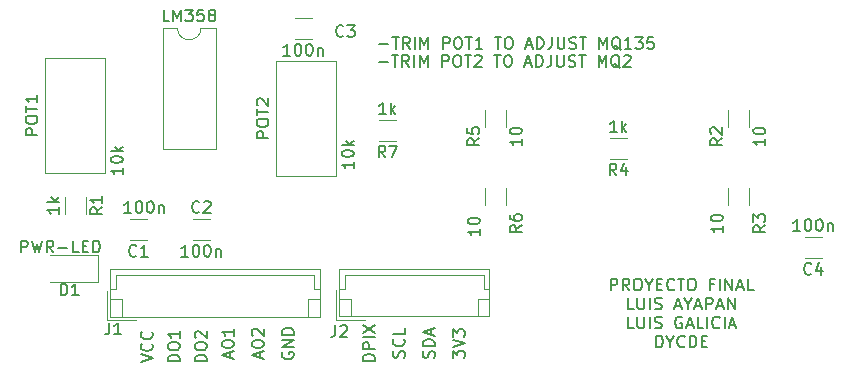
<source format=gbr>
%TF.GenerationSoftware,KiCad,Pcbnew,(6.0.4)*%
%TF.CreationDate,2022-06-03T19:19:18-06:00*%
%TF.ProjectId,Gas_Sensor_Module,4761735f-5365-46e7-936f-725f4d6f6475,rev?*%
%TF.SameCoordinates,Original*%
%TF.FileFunction,Legend,Top*%
%TF.FilePolarity,Positive*%
%FSLAX46Y46*%
G04 Gerber Fmt 4.6, Leading zero omitted, Abs format (unit mm)*
G04 Created by KiCad (PCBNEW (6.0.4)) date 2022-06-03 19:19:18*
%MOMM*%
%LPD*%
G01*
G04 APERTURE LIST*
%ADD10C,0.150000*%
%ADD11C,0.120000*%
G04 APERTURE END LIST*
D10*
X203573809Y-70427380D02*
X203573809Y-69427380D01*
X203954761Y-69427380D01*
X204050000Y-69475000D01*
X204097619Y-69522619D01*
X204145238Y-69617857D01*
X204145238Y-69760714D01*
X204097619Y-69855952D01*
X204050000Y-69903571D01*
X203954761Y-69951190D01*
X203573809Y-69951190D01*
X205145238Y-70427380D02*
X204811904Y-69951190D01*
X204573809Y-70427380D02*
X204573809Y-69427380D01*
X204954761Y-69427380D01*
X205050000Y-69475000D01*
X205097619Y-69522619D01*
X205145238Y-69617857D01*
X205145238Y-69760714D01*
X205097619Y-69855952D01*
X205050000Y-69903571D01*
X204954761Y-69951190D01*
X204573809Y-69951190D01*
X205764285Y-69427380D02*
X205954761Y-69427380D01*
X206050000Y-69475000D01*
X206145238Y-69570238D01*
X206192857Y-69760714D01*
X206192857Y-70094047D01*
X206145238Y-70284523D01*
X206050000Y-70379761D01*
X205954761Y-70427380D01*
X205764285Y-70427380D01*
X205669047Y-70379761D01*
X205573809Y-70284523D01*
X205526190Y-70094047D01*
X205526190Y-69760714D01*
X205573809Y-69570238D01*
X205669047Y-69475000D01*
X205764285Y-69427380D01*
X206811904Y-69951190D02*
X206811904Y-70427380D01*
X206478571Y-69427380D02*
X206811904Y-69951190D01*
X207145238Y-69427380D01*
X207478571Y-69903571D02*
X207811904Y-69903571D01*
X207954761Y-70427380D02*
X207478571Y-70427380D01*
X207478571Y-69427380D01*
X207954761Y-69427380D01*
X208954761Y-70332142D02*
X208907142Y-70379761D01*
X208764285Y-70427380D01*
X208669047Y-70427380D01*
X208526190Y-70379761D01*
X208430952Y-70284523D01*
X208383333Y-70189285D01*
X208335714Y-69998809D01*
X208335714Y-69855952D01*
X208383333Y-69665476D01*
X208430952Y-69570238D01*
X208526190Y-69475000D01*
X208669047Y-69427380D01*
X208764285Y-69427380D01*
X208907142Y-69475000D01*
X208954761Y-69522619D01*
X209240476Y-69427380D02*
X209811904Y-69427380D01*
X209526190Y-70427380D02*
X209526190Y-69427380D01*
X210335714Y-69427380D02*
X210526190Y-69427380D01*
X210621428Y-69475000D01*
X210716666Y-69570238D01*
X210764285Y-69760714D01*
X210764285Y-70094047D01*
X210716666Y-70284523D01*
X210621428Y-70379761D01*
X210526190Y-70427380D01*
X210335714Y-70427380D01*
X210240476Y-70379761D01*
X210145238Y-70284523D01*
X210097619Y-70094047D01*
X210097619Y-69760714D01*
X210145238Y-69570238D01*
X210240476Y-69475000D01*
X210335714Y-69427380D01*
X212288095Y-69903571D02*
X211954761Y-69903571D01*
X211954761Y-70427380D02*
X211954761Y-69427380D01*
X212430952Y-69427380D01*
X212811904Y-70427380D02*
X212811904Y-69427380D01*
X213288095Y-70427380D02*
X213288095Y-69427380D01*
X213859523Y-70427380D01*
X213859523Y-69427380D01*
X214288095Y-70141666D02*
X214764285Y-70141666D01*
X214192857Y-70427380D02*
X214526190Y-69427380D01*
X214859523Y-70427380D01*
X215669047Y-70427380D02*
X215192857Y-70427380D01*
X215192857Y-69427380D01*
X205502380Y-72037380D02*
X205026190Y-72037380D01*
X205026190Y-71037380D01*
X205835714Y-71037380D02*
X205835714Y-71846904D01*
X205883333Y-71942142D01*
X205930952Y-71989761D01*
X206026190Y-72037380D01*
X206216666Y-72037380D01*
X206311904Y-71989761D01*
X206359523Y-71942142D01*
X206407142Y-71846904D01*
X206407142Y-71037380D01*
X206883333Y-72037380D02*
X206883333Y-71037380D01*
X207311904Y-71989761D02*
X207454761Y-72037380D01*
X207692857Y-72037380D01*
X207788095Y-71989761D01*
X207835714Y-71942142D01*
X207883333Y-71846904D01*
X207883333Y-71751666D01*
X207835714Y-71656428D01*
X207788095Y-71608809D01*
X207692857Y-71561190D01*
X207502380Y-71513571D01*
X207407142Y-71465952D01*
X207359523Y-71418333D01*
X207311904Y-71323095D01*
X207311904Y-71227857D01*
X207359523Y-71132619D01*
X207407142Y-71085000D01*
X207502380Y-71037380D01*
X207740476Y-71037380D01*
X207883333Y-71085000D01*
X209026190Y-71751666D02*
X209502380Y-71751666D01*
X208930952Y-72037380D02*
X209264285Y-71037380D01*
X209597619Y-72037380D01*
X210121428Y-71561190D02*
X210121428Y-72037380D01*
X209788095Y-71037380D02*
X210121428Y-71561190D01*
X210454761Y-71037380D01*
X210740476Y-71751666D02*
X211216666Y-71751666D01*
X210645238Y-72037380D02*
X210978571Y-71037380D01*
X211311904Y-72037380D01*
X211645238Y-72037380D02*
X211645238Y-71037380D01*
X212026190Y-71037380D01*
X212121428Y-71085000D01*
X212169047Y-71132619D01*
X212216666Y-71227857D01*
X212216666Y-71370714D01*
X212169047Y-71465952D01*
X212121428Y-71513571D01*
X212026190Y-71561190D01*
X211645238Y-71561190D01*
X212597619Y-71751666D02*
X213073809Y-71751666D01*
X212502380Y-72037380D02*
X212835714Y-71037380D01*
X213169047Y-72037380D01*
X213502380Y-72037380D02*
X213502380Y-71037380D01*
X214073809Y-72037380D01*
X214073809Y-71037380D01*
X205502380Y-73647380D02*
X205026190Y-73647380D01*
X205026190Y-72647380D01*
X205835714Y-72647380D02*
X205835714Y-73456904D01*
X205883333Y-73552142D01*
X205930952Y-73599761D01*
X206026190Y-73647380D01*
X206216666Y-73647380D01*
X206311904Y-73599761D01*
X206359523Y-73552142D01*
X206407142Y-73456904D01*
X206407142Y-72647380D01*
X206883333Y-73647380D02*
X206883333Y-72647380D01*
X207311904Y-73599761D02*
X207454761Y-73647380D01*
X207692857Y-73647380D01*
X207788095Y-73599761D01*
X207835714Y-73552142D01*
X207883333Y-73456904D01*
X207883333Y-73361666D01*
X207835714Y-73266428D01*
X207788095Y-73218809D01*
X207692857Y-73171190D01*
X207502380Y-73123571D01*
X207407142Y-73075952D01*
X207359523Y-73028333D01*
X207311904Y-72933095D01*
X207311904Y-72837857D01*
X207359523Y-72742619D01*
X207407142Y-72695000D01*
X207502380Y-72647380D01*
X207740476Y-72647380D01*
X207883333Y-72695000D01*
X209597619Y-72695000D02*
X209502380Y-72647380D01*
X209359523Y-72647380D01*
X209216666Y-72695000D01*
X209121428Y-72790238D01*
X209073809Y-72885476D01*
X209026190Y-73075952D01*
X209026190Y-73218809D01*
X209073809Y-73409285D01*
X209121428Y-73504523D01*
X209216666Y-73599761D01*
X209359523Y-73647380D01*
X209454761Y-73647380D01*
X209597619Y-73599761D01*
X209645238Y-73552142D01*
X209645238Y-73218809D01*
X209454761Y-73218809D01*
X210026190Y-73361666D02*
X210502380Y-73361666D01*
X209930952Y-73647380D02*
X210264285Y-72647380D01*
X210597619Y-73647380D01*
X211407142Y-73647380D02*
X210930952Y-73647380D01*
X210930952Y-72647380D01*
X211740476Y-73647380D02*
X211740476Y-72647380D01*
X212788095Y-73552142D02*
X212740476Y-73599761D01*
X212597619Y-73647380D01*
X212502380Y-73647380D01*
X212359523Y-73599761D01*
X212264285Y-73504523D01*
X212216666Y-73409285D01*
X212169047Y-73218809D01*
X212169047Y-73075952D01*
X212216666Y-72885476D01*
X212264285Y-72790238D01*
X212359523Y-72695000D01*
X212502380Y-72647380D01*
X212597619Y-72647380D01*
X212740476Y-72695000D01*
X212788095Y-72742619D01*
X213216666Y-73647380D02*
X213216666Y-72647380D01*
X213645238Y-73361666D02*
X214121428Y-73361666D01*
X213550000Y-73647380D02*
X213883333Y-72647380D01*
X214216666Y-73647380D01*
X207407142Y-75257380D02*
X207407142Y-74257380D01*
X207645238Y-74257380D01*
X207788095Y-74305000D01*
X207883333Y-74400238D01*
X207930952Y-74495476D01*
X207978571Y-74685952D01*
X207978571Y-74828809D01*
X207930952Y-75019285D01*
X207883333Y-75114523D01*
X207788095Y-75209761D01*
X207645238Y-75257380D01*
X207407142Y-75257380D01*
X208597619Y-74781190D02*
X208597619Y-75257380D01*
X208264285Y-74257380D02*
X208597619Y-74781190D01*
X208930952Y-74257380D01*
X209835714Y-75162142D02*
X209788095Y-75209761D01*
X209645238Y-75257380D01*
X209550000Y-75257380D01*
X209407142Y-75209761D01*
X209311904Y-75114523D01*
X209264285Y-75019285D01*
X209216666Y-74828809D01*
X209216666Y-74685952D01*
X209264285Y-74495476D01*
X209311904Y-74400238D01*
X209407142Y-74305000D01*
X209550000Y-74257380D01*
X209645238Y-74257380D01*
X209788095Y-74305000D01*
X209835714Y-74352619D01*
X210264285Y-75257380D02*
X210264285Y-74257380D01*
X210502380Y-74257380D01*
X210645238Y-74305000D01*
X210740476Y-74400238D01*
X210788095Y-74495476D01*
X210835714Y-74685952D01*
X210835714Y-74828809D01*
X210788095Y-75019285D01*
X210740476Y-75114523D01*
X210645238Y-75209761D01*
X210502380Y-75257380D01*
X210264285Y-75257380D01*
X211264285Y-74733571D02*
X211597619Y-74733571D01*
X211740476Y-75257380D02*
X211264285Y-75257380D01*
X211264285Y-74257380D01*
X211740476Y-74257380D01*
X190206380Y-76168095D02*
X190206380Y-75549047D01*
X190587333Y-75882380D01*
X190587333Y-75739523D01*
X190634952Y-75644285D01*
X190682571Y-75596666D01*
X190777809Y-75549047D01*
X191015904Y-75549047D01*
X191111142Y-75596666D01*
X191158761Y-75644285D01*
X191206380Y-75739523D01*
X191206380Y-76025238D01*
X191158761Y-76120476D01*
X191111142Y-76168095D01*
X190206380Y-75263333D02*
X191206380Y-74930000D01*
X190206380Y-74596666D01*
X190206380Y-74358571D02*
X190206380Y-73739523D01*
X190587333Y-74072857D01*
X190587333Y-73930000D01*
X190634952Y-73834761D01*
X190682571Y-73787142D01*
X190777809Y-73739523D01*
X191015904Y-73739523D01*
X191111142Y-73787142D01*
X191158761Y-73834761D01*
X191206380Y-73930000D01*
X191206380Y-74215714D01*
X191158761Y-74310952D01*
X191111142Y-74358571D01*
X188618761Y-76144285D02*
X188666380Y-76001428D01*
X188666380Y-75763333D01*
X188618761Y-75668095D01*
X188571142Y-75620476D01*
X188475904Y-75572857D01*
X188380666Y-75572857D01*
X188285428Y-75620476D01*
X188237809Y-75668095D01*
X188190190Y-75763333D01*
X188142571Y-75953809D01*
X188094952Y-76049047D01*
X188047333Y-76096666D01*
X187952095Y-76144285D01*
X187856857Y-76144285D01*
X187761619Y-76096666D01*
X187714000Y-76049047D01*
X187666380Y-75953809D01*
X187666380Y-75715714D01*
X187714000Y-75572857D01*
X188666380Y-75144285D02*
X187666380Y-75144285D01*
X187666380Y-74906190D01*
X187714000Y-74763333D01*
X187809238Y-74668095D01*
X187904476Y-74620476D01*
X188094952Y-74572857D01*
X188237809Y-74572857D01*
X188428285Y-74620476D01*
X188523523Y-74668095D01*
X188618761Y-74763333D01*
X188666380Y-74906190D01*
X188666380Y-75144285D01*
X188380666Y-74191904D02*
X188380666Y-73715714D01*
X188666380Y-74287142D02*
X187666380Y-73953809D01*
X188666380Y-73620476D01*
X186078761Y-76120476D02*
X186126380Y-75977619D01*
X186126380Y-75739523D01*
X186078761Y-75644285D01*
X186031142Y-75596666D01*
X185935904Y-75549047D01*
X185840666Y-75549047D01*
X185745428Y-75596666D01*
X185697809Y-75644285D01*
X185650190Y-75739523D01*
X185602571Y-75930000D01*
X185554952Y-76025238D01*
X185507333Y-76072857D01*
X185412095Y-76120476D01*
X185316857Y-76120476D01*
X185221619Y-76072857D01*
X185174000Y-76025238D01*
X185126380Y-75930000D01*
X185126380Y-75691904D01*
X185174000Y-75549047D01*
X186031142Y-74549047D02*
X186078761Y-74596666D01*
X186126380Y-74739523D01*
X186126380Y-74834761D01*
X186078761Y-74977619D01*
X185983523Y-75072857D01*
X185888285Y-75120476D01*
X185697809Y-75168095D01*
X185554952Y-75168095D01*
X185364476Y-75120476D01*
X185269238Y-75072857D01*
X185174000Y-74977619D01*
X185126380Y-74834761D01*
X185126380Y-74739523D01*
X185174000Y-74596666D01*
X185221619Y-74549047D01*
X186126380Y-73644285D02*
X186126380Y-74120476D01*
X185126380Y-74120476D01*
X183586380Y-76406190D02*
X182586380Y-76406190D01*
X182586380Y-76168095D01*
X182634000Y-76025238D01*
X182729238Y-75930000D01*
X182824476Y-75882380D01*
X183014952Y-75834761D01*
X183157809Y-75834761D01*
X183348285Y-75882380D01*
X183443523Y-75930000D01*
X183538761Y-76025238D01*
X183586380Y-76168095D01*
X183586380Y-76406190D01*
X183586380Y-75406190D02*
X182586380Y-75406190D01*
X182586380Y-75025238D01*
X182634000Y-74930000D01*
X182681619Y-74882380D01*
X182776857Y-74834761D01*
X182919714Y-74834761D01*
X183014952Y-74882380D01*
X183062571Y-74930000D01*
X183110190Y-75025238D01*
X183110190Y-75406190D01*
X183586380Y-74406190D02*
X182586380Y-74406190D01*
X182586380Y-74025238D02*
X183586380Y-73358571D01*
X182586380Y-73358571D02*
X183586380Y-74025238D01*
X171362666Y-76168095D02*
X171362666Y-75691904D01*
X171648380Y-76263333D02*
X170648380Y-75930000D01*
X171648380Y-75596666D01*
X170648380Y-75072857D02*
X170648380Y-74882380D01*
X170696000Y-74787142D01*
X170791238Y-74691904D01*
X170981714Y-74644285D01*
X171315047Y-74644285D01*
X171505523Y-74691904D01*
X171600761Y-74787142D01*
X171648380Y-74882380D01*
X171648380Y-75072857D01*
X171600761Y-75168095D01*
X171505523Y-75263333D01*
X171315047Y-75310952D01*
X170981714Y-75310952D01*
X170791238Y-75263333D01*
X170696000Y-75168095D01*
X170648380Y-75072857D01*
X171648380Y-73691904D02*
X171648380Y-74263333D01*
X171648380Y-73977619D02*
X170648380Y-73977619D01*
X170791238Y-74072857D01*
X170886476Y-74168095D01*
X170934095Y-74263333D01*
X173902666Y-76168095D02*
X173902666Y-75691904D01*
X174188380Y-76263333D02*
X173188380Y-75930000D01*
X174188380Y-75596666D01*
X173188380Y-75072857D02*
X173188380Y-74882380D01*
X173236000Y-74787142D01*
X173331238Y-74691904D01*
X173521714Y-74644285D01*
X173855047Y-74644285D01*
X174045523Y-74691904D01*
X174140761Y-74787142D01*
X174188380Y-74882380D01*
X174188380Y-75072857D01*
X174140761Y-75168095D01*
X174045523Y-75263333D01*
X173855047Y-75310952D01*
X173521714Y-75310952D01*
X173331238Y-75263333D01*
X173236000Y-75168095D01*
X173188380Y-75072857D01*
X173283619Y-74263333D02*
X173236000Y-74215714D01*
X173188380Y-74120476D01*
X173188380Y-73882380D01*
X173236000Y-73787142D01*
X173283619Y-73739523D01*
X173378857Y-73691904D01*
X173474095Y-73691904D01*
X173616952Y-73739523D01*
X174188380Y-74310952D01*
X174188380Y-73691904D01*
X169362380Y-76445904D02*
X168362380Y-76445904D01*
X168362380Y-76207809D01*
X168410000Y-76064952D01*
X168505238Y-75969714D01*
X168600476Y-75922095D01*
X168790952Y-75874476D01*
X168933809Y-75874476D01*
X169124285Y-75922095D01*
X169219523Y-75969714D01*
X169314761Y-76064952D01*
X169362380Y-76207809D01*
X169362380Y-76445904D01*
X168362380Y-75255428D02*
X168362380Y-75064952D01*
X168410000Y-74969714D01*
X168505238Y-74874476D01*
X168695714Y-74826857D01*
X169029047Y-74826857D01*
X169219523Y-74874476D01*
X169314761Y-74969714D01*
X169362380Y-75064952D01*
X169362380Y-75255428D01*
X169314761Y-75350666D01*
X169219523Y-75445904D01*
X169029047Y-75493523D01*
X168695714Y-75493523D01*
X168505238Y-75445904D01*
X168410000Y-75350666D01*
X168362380Y-75255428D01*
X168457619Y-74445904D02*
X168410000Y-74398285D01*
X168362380Y-74303047D01*
X168362380Y-74064952D01*
X168410000Y-73969714D01*
X168457619Y-73922095D01*
X168552857Y-73874476D01*
X168648095Y-73874476D01*
X168790952Y-73922095D01*
X169362380Y-74493523D01*
X169362380Y-73874476D01*
X183984761Y-49601428D02*
X184746666Y-49601428D01*
X185080000Y-48982380D02*
X185651428Y-48982380D01*
X185365714Y-49982380D02*
X185365714Y-48982380D01*
X186556190Y-49982380D02*
X186222857Y-49506190D01*
X185984761Y-49982380D02*
X185984761Y-48982380D01*
X186365714Y-48982380D01*
X186460952Y-49030000D01*
X186508571Y-49077619D01*
X186556190Y-49172857D01*
X186556190Y-49315714D01*
X186508571Y-49410952D01*
X186460952Y-49458571D01*
X186365714Y-49506190D01*
X185984761Y-49506190D01*
X186984761Y-49982380D02*
X186984761Y-48982380D01*
X187460952Y-49982380D02*
X187460952Y-48982380D01*
X187794285Y-49696666D01*
X188127619Y-48982380D01*
X188127619Y-49982380D01*
X189365714Y-49982380D02*
X189365714Y-48982380D01*
X189746666Y-48982380D01*
X189841904Y-49030000D01*
X189889523Y-49077619D01*
X189937142Y-49172857D01*
X189937142Y-49315714D01*
X189889523Y-49410952D01*
X189841904Y-49458571D01*
X189746666Y-49506190D01*
X189365714Y-49506190D01*
X190556190Y-48982380D02*
X190746666Y-48982380D01*
X190841904Y-49030000D01*
X190937142Y-49125238D01*
X190984761Y-49315714D01*
X190984761Y-49649047D01*
X190937142Y-49839523D01*
X190841904Y-49934761D01*
X190746666Y-49982380D01*
X190556190Y-49982380D01*
X190460952Y-49934761D01*
X190365714Y-49839523D01*
X190318095Y-49649047D01*
X190318095Y-49315714D01*
X190365714Y-49125238D01*
X190460952Y-49030000D01*
X190556190Y-48982380D01*
X191270476Y-48982380D02*
X191841904Y-48982380D01*
X191556190Y-49982380D02*
X191556190Y-48982380D01*
X192699047Y-49982380D02*
X192127619Y-49982380D01*
X192413333Y-49982380D02*
X192413333Y-48982380D01*
X192318095Y-49125238D01*
X192222857Y-49220476D01*
X192127619Y-49268095D01*
X193746666Y-48982380D02*
X194318095Y-48982380D01*
X194032380Y-49982380D02*
X194032380Y-48982380D01*
X194841904Y-48982380D02*
X195032380Y-48982380D01*
X195127619Y-49030000D01*
X195222857Y-49125238D01*
X195270476Y-49315714D01*
X195270476Y-49649047D01*
X195222857Y-49839523D01*
X195127619Y-49934761D01*
X195032380Y-49982380D01*
X194841904Y-49982380D01*
X194746666Y-49934761D01*
X194651428Y-49839523D01*
X194603809Y-49649047D01*
X194603809Y-49315714D01*
X194651428Y-49125238D01*
X194746666Y-49030000D01*
X194841904Y-48982380D01*
X196413333Y-49696666D02*
X196889523Y-49696666D01*
X196318095Y-49982380D02*
X196651428Y-48982380D01*
X196984761Y-49982380D01*
X197318095Y-49982380D02*
X197318095Y-48982380D01*
X197556190Y-48982380D01*
X197699047Y-49030000D01*
X197794285Y-49125238D01*
X197841904Y-49220476D01*
X197889523Y-49410952D01*
X197889523Y-49553809D01*
X197841904Y-49744285D01*
X197794285Y-49839523D01*
X197699047Y-49934761D01*
X197556190Y-49982380D01*
X197318095Y-49982380D01*
X198603809Y-48982380D02*
X198603809Y-49696666D01*
X198556190Y-49839523D01*
X198460952Y-49934761D01*
X198318095Y-49982380D01*
X198222857Y-49982380D01*
X199080000Y-48982380D02*
X199080000Y-49791904D01*
X199127619Y-49887142D01*
X199175238Y-49934761D01*
X199270476Y-49982380D01*
X199460952Y-49982380D01*
X199556190Y-49934761D01*
X199603809Y-49887142D01*
X199651428Y-49791904D01*
X199651428Y-48982380D01*
X200080000Y-49934761D02*
X200222857Y-49982380D01*
X200460952Y-49982380D01*
X200556190Y-49934761D01*
X200603809Y-49887142D01*
X200651428Y-49791904D01*
X200651428Y-49696666D01*
X200603809Y-49601428D01*
X200556190Y-49553809D01*
X200460952Y-49506190D01*
X200270476Y-49458571D01*
X200175238Y-49410952D01*
X200127619Y-49363333D01*
X200080000Y-49268095D01*
X200080000Y-49172857D01*
X200127619Y-49077619D01*
X200175238Y-49030000D01*
X200270476Y-48982380D01*
X200508571Y-48982380D01*
X200651428Y-49030000D01*
X200937142Y-48982380D02*
X201508571Y-48982380D01*
X201222857Y-49982380D02*
X201222857Y-48982380D01*
X202603809Y-49982380D02*
X202603809Y-48982380D01*
X202937142Y-49696666D01*
X203270476Y-48982380D01*
X203270476Y-49982380D01*
X204413333Y-50077619D02*
X204318095Y-50030000D01*
X204222857Y-49934761D01*
X204079999Y-49791904D01*
X203984761Y-49744285D01*
X203889523Y-49744285D01*
X203937142Y-49982380D02*
X203841904Y-49934761D01*
X203746666Y-49839523D01*
X203699047Y-49649047D01*
X203699047Y-49315714D01*
X203746666Y-49125238D01*
X203841904Y-49030000D01*
X203937142Y-48982380D01*
X204127619Y-48982380D01*
X204222857Y-49030000D01*
X204318095Y-49125238D01*
X204365714Y-49315714D01*
X204365714Y-49649047D01*
X204318095Y-49839523D01*
X204222857Y-49934761D01*
X204127619Y-49982380D01*
X203937142Y-49982380D01*
X205318095Y-49982380D02*
X204746666Y-49982380D01*
X205032380Y-49982380D02*
X205032380Y-48982380D01*
X204937142Y-49125238D01*
X204841904Y-49220476D01*
X204746666Y-49268095D01*
X205651428Y-48982380D02*
X206270476Y-48982380D01*
X205937142Y-49363333D01*
X206079999Y-49363333D01*
X206175238Y-49410952D01*
X206222857Y-49458571D01*
X206270476Y-49553809D01*
X206270476Y-49791904D01*
X206222857Y-49887142D01*
X206175238Y-49934761D01*
X206079999Y-49982380D01*
X205794285Y-49982380D01*
X205699047Y-49934761D01*
X205651428Y-49887142D01*
X207175238Y-48982380D02*
X206699047Y-48982380D01*
X206651428Y-49458571D01*
X206699047Y-49410952D01*
X206794285Y-49363333D01*
X207032380Y-49363333D01*
X207127619Y-49410952D01*
X207175238Y-49458571D01*
X207222857Y-49553809D01*
X207222857Y-49791904D01*
X207175238Y-49887142D01*
X207127619Y-49934761D01*
X207032380Y-49982380D01*
X206794285Y-49982380D01*
X206699047Y-49934761D01*
X206651428Y-49887142D01*
X163790380Y-76517333D02*
X164790380Y-76184000D01*
X163790380Y-75850666D01*
X164695142Y-74945904D02*
X164742761Y-74993523D01*
X164790380Y-75136380D01*
X164790380Y-75231619D01*
X164742761Y-75374476D01*
X164647523Y-75469714D01*
X164552285Y-75517333D01*
X164361809Y-75564952D01*
X164218952Y-75564952D01*
X164028476Y-75517333D01*
X163933238Y-75469714D01*
X163838000Y-75374476D01*
X163790380Y-75231619D01*
X163790380Y-75136380D01*
X163838000Y-74993523D01*
X163885619Y-74945904D01*
X164695142Y-73945904D02*
X164742761Y-73993523D01*
X164790380Y-74136380D01*
X164790380Y-74231619D01*
X164742761Y-74374476D01*
X164647523Y-74469714D01*
X164552285Y-74517333D01*
X164361809Y-74564952D01*
X164218952Y-74564952D01*
X164028476Y-74517333D01*
X163933238Y-74469714D01*
X163838000Y-74374476D01*
X163790380Y-74231619D01*
X163790380Y-74136380D01*
X163838000Y-73993523D01*
X163885619Y-73945904D01*
X183921142Y-51125428D02*
X184683047Y-51125428D01*
X185016380Y-50506380D02*
X185587809Y-50506380D01*
X185302095Y-51506380D02*
X185302095Y-50506380D01*
X186492571Y-51506380D02*
X186159238Y-51030190D01*
X185921142Y-51506380D02*
X185921142Y-50506380D01*
X186302095Y-50506380D01*
X186397333Y-50554000D01*
X186444952Y-50601619D01*
X186492571Y-50696857D01*
X186492571Y-50839714D01*
X186444952Y-50934952D01*
X186397333Y-50982571D01*
X186302095Y-51030190D01*
X185921142Y-51030190D01*
X186921142Y-51506380D02*
X186921142Y-50506380D01*
X187397333Y-51506380D02*
X187397333Y-50506380D01*
X187730666Y-51220666D01*
X188064000Y-50506380D01*
X188064000Y-51506380D01*
X189302095Y-51506380D02*
X189302095Y-50506380D01*
X189683047Y-50506380D01*
X189778285Y-50554000D01*
X189825904Y-50601619D01*
X189873523Y-50696857D01*
X189873523Y-50839714D01*
X189825904Y-50934952D01*
X189778285Y-50982571D01*
X189683047Y-51030190D01*
X189302095Y-51030190D01*
X190492571Y-50506380D02*
X190683047Y-50506380D01*
X190778285Y-50554000D01*
X190873523Y-50649238D01*
X190921142Y-50839714D01*
X190921142Y-51173047D01*
X190873523Y-51363523D01*
X190778285Y-51458761D01*
X190683047Y-51506380D01*
X190492571Y-51506380D01*
X190397333Y-51458761D01*
X190302095Y-51363523D01*
X190254476Y-51173047D01*
X190254476Y-50839714D01*
X190302095Y-50649238D01*
X190397333Y-50554000D01*
X190492571Y-50506380D01*
X191206857Y-50506380D02*
X191778285Y-50506380D01*
X191492571Y-51506380D02*
X191492571Y-50506380D01*
X192064000Y-50601619D02*
X192111619Y-50554000D01*
X192206857Y-50506380D01*
X192444952Y-50506380D01*
X192540190Y-50554000D01*
X192587809Y-50601619D01*
X192635428Y-50696857D01*
X192635428Y-50792095D01*
X192587809Y-50934952D01*
X192016380Y-51506380D01*
X192635428Y-51506380D01*
X193683047Y-50506380D02*
X194254476Y-50506380D01*
X193968761Y-51506380D02*
X193968761Y-50506380D01*
X194778285Y-50506380D02*
X194968761Y-50506380D01*
X195064000Y-50554000D01*
X195159238Y-50649238D01*
X195206857Y-50839714D01*
X195206857Y-51173047D01*
X195159238Y-51363523D01*
X195064000Y-51458761D01*
X194968761Y-51506380D01*
X194778285Y-51506380D01*
X194683047Y-51458761D01*
X194587809Y-51363523D01*
X194540190Y-51173047D01*
X194540190Y-50839714D01*
X194587809Y-50649238D01*
X194683047Y-50554000D01*
X194778285Y-50506380D01*
X196349714Y-51220666D02*
X196825904Y-51220666D01*
X196254476Y-51506380D02*
X196587809Y-50506380D01*
X196921142Y-51506380D01*
X197254476Y-51506380D02*
X197254476Y-50506380D01*
X197492571Y-50506380D01*
X197635428Y-50554000D01*
X197730666Y-50649238D01*
X197778285Y-50744476D01*
X197825904Y-50934952D01*
X197825904Y-51077809D01*
X197778285Y-51268285D01*
X197730666Y-51363523D01*
X197635428Y-51458761D01*
X197492571Y-51506380D01*
X197254476Y-51506380D01*
X198540190Y-50506380D02*
X198540190Y-51220666D01*
X198492571Y-51363523D01*
X198397333Y-51458761D01*
X198254476Y-51506380D01*
X198159238Y-51506380D01*
X199016380Y-50506380D02*
X199016380Y-51315904D01*
X199064000Y-51411142D01*
X199111619Y-51458761D01*
X199206857Y-51506380D01*
X199397333Y-51506380D01*
X199492571Y-51458761D01*
X199540190Y-51411142D01*
X199587809Y-51315904D01*
X199587809Y-50506380D01*
X200016380Y-51458761D02*
X200159238Y-51506380D01*
X200397333Y-51506380D01*
X200492571Y-51458761D01*
X200540190Y-51411142D01*
X200587809Y-51315904D01*
X200587809Y-51220666D01*
X200540190Y-51125428D01*
X200492571Y-51077809D01*
X200397333Y-51030190D01*
X200206857Y-50982571D01*
X200111619Y-50934952D01*
X200064000Y-50887333D01*
X200016380Y-50792095D01*
X200016380Y-50696857D01*
X200064000Y-50601619D01*
X200111619Y-50554000D01*
X200206857Y-50506380D01*
X200444952Y-50506380D01*
X200587809Y-50554000D01*
X200873523Y-50506380D02*
X201444952Y-50506380D01*
X201159238Y-51506380D02*
X201159238Y-50506380D01*
X202540190Y-51506380D02*
X202540190Y-50506380D01*
X202873523Y-51220666D01*
X203206857Y-50506380D01*
X203206857Y-51506380D01*
X204349714Y-51601619D02*
X204254476Y-51554000D01*
X204159238Y-51458761D01*
X204016380Y-51315904D01*
X203921142Y-51268285D01*
X203825904Y-51268285D01*
X203873523Y-51506380D02*
X203778285Y-51458761D01*
X203683047Y-51363523D01*
X203635428Y-51173047D01*
X203635428Y-50839714D01*
X203683047Y-50649238D01*
X203778285Y-50554000D01*
X203873523Y-50506380D01*
X204064000Y-50506380D01*
X204159238Y-50554000D01*
X204254476Y-50649238D01*
X204302095Y-50839714D01*
X204302095Y-51173047D01*
X204254476Y-51363523D01*
X204159238Y-51458761D01*
X204064000Y-51506380D01*
X203873523Y-51506380D01*
X204683047Y-50601619D02*
X204730666Y-50554000D01*
X204825904Y-50506380D01*
X205064000Y-50506380D01*
X205159238Y-50554000D01*
X205206857Y-50601619D01*
X205254476Y-50696857D01*
X205254476Y-50792095D01*
X205206857Y-50934952D01*
X204635428Y-51506380D01*
X205254476Y-51506380D01*
X167076380Y-76445904D02*
X166076380Y-76445904D01*
X166076380Y-76207809D01*
X166124000Y-76064952D01*
X166219238Y-75969714D01*
X166314476Y-75922095D01*
X166504952Y-75874476D01*
X166647809Y-75874476D01*
X166838285Y-75922095D01*
X166933523Y-75969714D01*
X167028761Y-76064952D01*
X167076380Y-76207809D01*
X167076380Y-76445904D01*
X166076380Y-75255428D02*
X166076380Y-75064952D01*
X166124000Y-74969714D01*
X166219238Y-74874476D01*
X166409714Y-74826857D01*
X166743047Y-74826857D01*
X166933523Y-74874476D01*
X167028761Y-74969714D01*
X167076380Y-75064952D01*
X167076380Y-75255428D01*
X167028761Y-75350666D01*
X166933523Y-75445904D01*
X166743047Y-75493523D01*
X166409714Y-75493523D01*
X166219238Y-75445904D01*
X166124000Y-75350666D01*
X166076380Y-75255428D01*
X167076380Y-73874476D02*
X167076380Y-74445904D01*
X167076380Y-74160190D02*
X166076380Y-74160190D01*
X166219238Y-74255428D01*
X166314476Y-74350666D01*
X166362095Y-74445904D01*
X175776000Y-75691904D02*
X175728380Y-75787142D01*
X175728380Y-75930000D01*
X175776000Y-76072857D01*
X175871238Y-76168095D01*
X175966476Y-76215714D01*
X176156952Y-76263333D01*
X176299809Y-76263333D01*
X176490285Y-76215714D01*
X176585523Y-76168095D01*
X176680761Y-76072857D01*
X176728380Y-75930000D01*
X176728380Y-75834761D01*
X176680761Y-75691904D01*
X176633142Y-75644285D01*
X176299809Y-75644285D01*
X176299809Y-75834761D01*
X176728380Y-75215714D02*
X175728380Y-75215714D01*
X176728380Y-74644285D01*
X175728380Y-74644285D01*
X176728380Y-74168095D02*
X175728380Y-74168095D01*
X175728380Y-73930000D01*
X175776000Y-73787142D01*
X175871238Y-73691904D01*
X175966476Y-73644285D01*
X176156952Y-73596666D01*
X176299809Y-73596666D01*
X176490285Y-73644285D01*
X176585523Y-73691904D01*
X176680761Y-73787142D01*
X176728380Y-73930000D01*
X176728380Y-74168095D01*
%TO.C,LM358*%
X166188523Y-47662380D02*
X165712333Y-47662380D01*
X165712333Y-46662380D01*
X166521857Y-47662380D02*
X166521857Y-46662380D01*
X166855190Y-47376666D01*
X167188523Y-46662380D01*
X167188523Y-47662380D01*
X167569476Y-46662380D02*
X168188523Y-46662380D01*
X167855190Y-47043333D01*
X167998047Y-47043333D01*
X168093285Y-47090952D01*
X168140904Y-47138571D01*
X168188523Y-47233809D01*
X168188523Y-47471904D01*
X168140904Y-47567142D01*
X168093285Y-47614761D01*
X167998047Y-47662380D01*
X167712333Y-47662380D01*
X167617095Y-47614761D01*
X167569476Y-47567142D01*
X169093285Y-46662380D02*
X168617095Y-46662380D01*
X168569476Y-47138571D01*
X168617095Y-47090952D01*
X168712333Y-47043333D01*
X168950428Y-47043333D01*
X169045666Y-47090952D01*
X169093285Y-47138571D01*
X169140904Y-47233809D01*
X169140904Y-47471904D01*
X169093285Y-47567142D01*
X169045666Y-47614761D01*
X168950428Y-47662380D01*
X168712333Y-47662380D01*
X168617095Y-47614761D01*
X168569476Y-47567142D01*
X169712333Y-47090952D02*
X169617095Y-47043333D01*
X169569476Y-46995714D01*
X169521857Y-46900476D01*
X169521857Y-46852857D01*
X169569476Y-46757619D01*
X169617095Y-46710000D01*
X169712333Y-46662380D01*
X169902809Y-46662380D01*
X169998047Y-46710000D01*
X170045666Y-46757619D01*
X170093285Y-46852857D01*
X170093285Y-46900476D01*
X170045666Y-46995714D01*
X169998047Y-47043333D01*
X169902809Y-47090952D01*
X169712333Y-47090952D01*
X169617095Y-47138571D01*
X169569476Y-47186190D01*
X169521857Y-47281428D01*
X169521857Y-47471904D01*
X169569476Y-47567142D01*
X169617095Y-47614761D01*
X169712333Y-47662380D01*
X169902809Y-47662380D01*
X169998047Y-47614761D01*
X170045666Y-47567142D01*
X170093285Y-47471904D01*
X170093285Y-47281428D01*
X170045666Y-47186190D01*
X169998047Y-47138571D01*
X169902809Y-47090952D01*
%TO.C,J1*%
X161110666Y-73158380D02*
X161110666Y-73872666D01*
X161063047Y-74015523D01*
X160967809Y-74110761D01*
X160824952Y-74158380D01*
X160729714Y-74158380D01*
X162110666Y-74158380D02*
X161539238Y-74158380D01*
X161824952Y-74158380D02*
X161824952Y-73158380D01*
X161729714Y-73301238D01*
X161634476Y-73396476D01*
X161539238Y-73444095D01*
%TO.C,J2*%
X180260661Y-73366381D02*
X180260661Y-74080667D01*
X180213042Y-74223524D01*
X180117804Y-74318762D01*
X179974947Y-74366381D01*
X179879709Y-74366381D01*
X180689233Y-73461620D02*
X180736852Y-73414001D01*
X180832090Y-73366381D01*
X181070185Y-73366381D01*
X181165423Y-73414001D01*
X181213042Y-73461620D01*
X181260661Y-73556858D01*
X181260661Y-73652096D01*
X181213042Y-73794953D01*
X180641614Y-74366381D01*
X181260661Y-74366381D01*
%TO.C,C4*%
X220559333Y-69009142D02*
X220511714Y-69056761D01*
X220368857Y-69104380D01*
X220273619Y-69104380D01*
X220130761Y-69056761D01*
X220035523Y-68961523D01*
X219987904Y-68866285D01*
X219940285Y-68675809D01*
X219940285Y-68532952D01*
X219987904Y-68342476D01*
X220035523Y-68247238D01*
X220130761Y-68152000D01*
X220273619Y-68104380D01*
X220368857Y-68104380D01*
X220511714Y-68152000D01*
X220559333Y-68199619D01*
X221416476Y-68437714D02*
X221416476Y-69104380D01*
X221178380Y-68056761D02*
X220940285Y-68771047D01*
X221559333Y-68771047D01*
X219606952Y-65404371D02*
X219035523Y-65404371D01*
X219321238Y-65404371D02*
X219321238Y-64404371D01*
X219226000Y-64547229D01*
X219130761Y-64642467D01*
X219035523Y-64690086D01*
X220226000Y-64404371D02*
X220321238Y-64404371D01*
X220416476Y-64451991D01*
X220464095Y-64499610D01*
X220511714Y-64594848D01*
X220559333Y-64785324D01*
X220559333Y-65023419D01*
X220511714Y-65213895D01*
X220464095Y-65309133D01*
X220416476Y-65356752D01*
X220321238Y-65404371D01*
X220226000Y-65404371D01*
X220130761Y-65356752D01*
X220083142Y-65309133D01*
X220035523Y-65213895D01*
X219987904Y-65023419D01*
X219987904Y-64785324D01*
X220035523Y-64594848D01*
X220083142Y-64499610D01*
X220130761Y-64451991D01*
X220226000Y-64404371D01*
X221178380Y-64404371D02*
X221273619Y-64404371D01*
X221368857Y-64451991D01*
X221416476Y-64499610D01*
X221464095Y-64594848D01*
X221511714Y-64785324D01*
X221511714Y-65023419D01*
X221464095Y-65213895D01*
X221416476Y-65309133D01*
X221368857Y-65356752D01*
X221273619Y-65404371D01*
X221178380Y-65404371D01*
X221083142Y-65356752D01*
X221035523Y-65309133D01*
X220987904Y-65213895D01*
X220940285Y-65023419D01*
X220940285Y-64785324D01*
X220987904Y-64594848D01*
X221035523Y-64499610D01*
X221083142Y-64451991D01*
X221178380Y-64404371D01*
X221940285Y-64737705D02*
X221940285Y-65404371D01*
X221940285Y-64832943D02*
X221987904Y-64785324D01*
X222083142Y-64737705D01*
X222226000Y-64737705D01*
X222321238Y-64785324D01*
X222368857Y-64880562D01*
X222368857Y-65404371D01*
%TO.C,C3*%
X180935333Y-48871142D02*
X180887714Y-48918761D01*
X180744857Y-48966380D01*
X180649619Y-48966380D01*
X180506761Y-48918761D01*
X180411523Y-48823523D01*
X180363904Y-48728285D01*
X180316285Y-48537809D01*
X180316285Y-48394952D01*
X180363904Y-48204476D01*
X180411523Y-48109238D01*
X180506761Y-48014000D01*
X180649619Y-47966380D01*
X180744857Y-47966380D01*
X180887714Y-48014000D01*
X180935333Y-48061619D01*
X181268666Y-47966380D02*
X181887714Y-47966380D01*
X181554380Y-48347333D01*
X181697238Y-48347333D01*
X181792476Y-48394952D01*
X181840095Y-48442571D01*
X181887714Y-48537809D01*
X181887714Y-48775904D01*
X181840095Y-48871142D01*
X181792476Y-48918761D01*
X181697238Y-48966380D01*
X181411523Y-48966380D01*
X181316285Y-48918761D01*
X181268666Y-48871142D01*
X176426952Y-50562389D02*
X175855523Y-50562389D01*
X176141238Y-50562389D02*
X176141238Y-49562389D01*
X176046000Y-49705247D01*
X175950761Y-49800485D01*
X175855523Y-49848104D01*
X177046000Y-49562389D02*
X177141238Y-49562389D01*
X177236476Y-49610009D01*
X177284095Y-49657628D01*
X177331714Y-49752866D01*
X177379333Y-49943342D01*
X177379333Y-50181437D01*
X177331714Y-50371913D01*
X177284095Y-50467151D01*
X177236476Y-50514770D01*
X177141238Y-50562389D01*
X177046000Y-50562389D01*
X176950761Y-50514770D01*
X176903142Y-50467151D01*
X176855523Y-50371913D01*
X176807904Y-50181437D01*
X176807904Y-49943342D01*
X176855523Y-49752866D01*
X176903142Y-49657628D01*
X176950761Y-49610009D01*
X177046000Y-49562389D01*
X177998380Y-49562389D02*
X178093619Y-49562389D01*
X178188857Y-49610009D01*
X178236476Y-49657628D01*
X178284095Y-49752866D01*
X178331714Y-49943342D01*
X178331714Y-50181437D01*
X178284095Y-50371913D01*
X178236476Y-50467151D01*
X178188857Y-50514770D01*
X178093619Y-50562389D01*
X177998380Y-50562389D01*
X177903142Y-50514770D01*
X177855523Y-50467151D01*
X177807904Y-50371913D01*
X177760285Y-50181437D01*
X177760285Y-49943342D01*
X177807904Y-49752866D01*
X177855523Y-49657628D01*
X177903142Y-49610009D01*
X177998380Y-49562389D01*
X178760285Y-49895723D02*
X178760285Y-50562389D01*
X178760285Y-49990961D02*
X178807904Y-49943342D01*
X178903142Y-49895723D01*
X179046000Y-49895723D01*
X179141238Y-49943342D01*
X179188857Y-50038580D01*
X179188857Y-50562389D01*
%TO.C,R1*%
X160514380Y-63412666D02*
X160038190Y-63746000D01*
X160514380Y-63984095D02*
X159514380Y-63984095D01*
X159514380Y-63603142D01*
X159562000Y-63507904D01*
X159609619Y-63460285D01*
X159704857Y-63412666D01*
X159847714Y-63412666D01*
X159942952Y-63460285D01*
X159990571Y-63507904D01*
X160038190Y-63603142D01*
X160038190Y-63984095D01*
X160514380Y-62460285D02*
X160514380Y-63031714D01*
X160514380Y-62746000D02*
X159514380Y-62746000D01*
X159657238Y-62841238D01*
X159752476Y-62936476D01*
X159800095Y-63031714D01*
X156874368Y-63365047D02*
X156874368Y-63936476D01*
X156874368Y-63650761D02*
X155874368Y-63650761D01*
X156017226Y-63746000D01*
X156112464Y-63841238D01*
X156160083Y-63936476D01*
X156874368Y-62936476D02*
X155874368Y-62936476D01*
X156493416Y-62841238D02*
X156874368Y-62555523D01*
X156207702Y-62555523D02*
X156588654Y-62936476D01*
%TO.C,POT2*%
X174592380Y-57512857D02*
X173592380Y-57512857D01*
X173592380Y-57131904D01*
X173640000Y-57036666D01*
X173687619Y-56989047D01*
X173782857Y-56941428D01*
X173925714Y-56941428D01*
X174020952Y-56989047D01*
X174068571Y-57036666D01*
X174116190Y-57131904D01*
X174116190Y-57512857D01*
X173592380Y-56322380D02*
X173592380Y-56131904D01*
X173640000Y-56036666D01*
X173735238Y-55941428D01*
X173925714Y-55893809D01*
X174259047Y-55893809D01*
X174449523Y-55941428D01*
X174544761Y-56036666D01*
X174592380Y-56131904D01*
X174592380Y-56322380D01*
X174544761Y-56417619D01*
X174449523Y-56512857D01*
X174259047Y-56560476D01*
X173925714Y-56560476D01*
X173735238Y-56512857D01*
X173640000Y-56417619D01*
X173592380Y-56322380D01*
X173592380Y-55608095D02*
X173592380Y-55036666D01*
X174592380Y-55322380D02*
X173592380Y-55322380D01*
X173687619Y-54750952D02*
X173640000Y-54703333D01*
X173592380Y-54608095D01*
X173592380Y-54370000D01*
X173640000Y-54274761D01*
X173687619Y-54227142D01*
X173782857Y-54179523D01*
X173878095Y-54179523D01*
X174020952Y-54227142D01*
X174592380Y-54798571D01*
X174592380Y-54179523D01*
X181808380Y-59523238D02*
X181808380Y-60094666D01*
X181808380Y-59808952D02*
X180808380Y-59808952D01*
X180951238Y-59904190D01*
X181046476Y-59999428D01*
X181094095Y-60094666D01*
X180808380Y-58904190D02*
X180808380Y-58808952D01*
X180856000Y-58713714D01*
X180903619Y-58666095D01*
X180998857Y-58618476D01*
X181189333Y-58570857D01*
X181427428Y-58570857D01*
X181617904Y-58618476D01*
X181713142Y-58666095D01*
X181760761Y-58713714D01*
X181808380Y-58808952D01*
X181808380Y-58904190D01*
X181760761Y-58999428D01*
X181713142Y-59047047D01*
X181617904Y-59094666D01*
X181427428Y-59142285D01*
X181189333Y-59142285D01*
X180998857Y-59094666D01*
X180903619Y-59047047D01*
X180856000Y-58999428D01*
X180808380Y-58904190D01*
X181808380Y-58142285D02*
X180808380Y-58142285D01*
X181427428Y-58047047D02*
X181808380Y-57761333D01*
X181141714Y-57761333D02*
X181522666Y-58142285D01*
%TO.C,R6*%
X196032380Y-64936666D02*
X195556190Y-65270000D01*
X196032380Y-65508095D02*
X195032380Y-65508095D01*
X195032380Y-65127142D01*
X195080000Y-65031904D01*
X195127619Y-64984285D01*
X195222857Y-64936666D01*
X195365714Y-64936666D01*
X195460952Y-64984285D01*
X195508571Y-65031904D01*
X195556190Y-65127142D01*
X195556190Y-65508095D01*
X195032380Y-64079523D02*
X195032380Y-64270000D01*
X195080000Y-64365238D01*
X195127619Y-64412857D01*
X195270476Y-64508095D01*
X195460952Y-64555714D01*
X195841904Y-64555714D01*
X195937142Y-64508095D01*
X195984761Y-64460476D01*
X196032380Y-64365238D01*
X196032380Y-64174761D01*
X195984761Y-64079523D01*
X195937142Y-64031904D01*
X195841904Y-63984285D01*
X195603809Y-63984285D01*
X195508571Y-64031904D01*
X195460952Y-64079523D01*
X195413333Y-64174761D01*
X195413333Y-64365238D01*
X195460952Y-64460476D01*
X195508571Y-64508095D01*
X195603809Y-64555714D01*
X192476380Y-65214476D02*
X192476380Y-65785904D01*
X192476380Y-65500190D02*
X191476380Y-65500190D01*
X191619238Y-65595428D01*
X191714476Y-65690666D01*
X191762095Y-65785904D01*
X191476380Y-64595428D02*
X191476380Y-64500190D01*
X191524000Y-64404952D01*
X191571619Y-64357333D01*
X191666857Y-64309714D01*
X191857333Y-64262095D01*
X192095428Y-64262095D01*
X192285904Y-64309714D01*
X192381142Y-64357333D01*
X192428761Y-64404952D01*
X192476380Y-64500190D01*
X192476380Y-64595428D01*
X192428761Y-64690666D01*
X192381142Y-64738285D01*
X192285904Y-64785904D01*
X192095428Y-64833523D01*
X191857333Y-64833523D01*
X191666857Y-64785904D01*
X191571619Y-64738285D01*
X191524000Y-64690666D01*
X191476380Y-64595428D01*
%TO.C,D1*%
X156995904Y-70852380D02*
X156995904Y-69852380D01*
X157234000Y-69852380D01*
X157376857Y-69900000D01*
X157472095Y-69995238D01*
X157519714Y-70090476D01*
X157567333Y-70280952D01*
X157567333Y-70423809D01*
X157519714Y-70614285D01*
X157472095Y-70709523D01*
X157376857Y-70804761D01*
X157234000Y-70852380D01*
X156995904Y-70852380D01*
X158519714Y-70852380D02*
X157948285Y-70852380D01*
X158234000Y-70852380D02*
X158234000Y-69852380D01*
X158138761Y-69995238D01*
X158043523Y-70090476D01*
X157948285Y-70138095D01*
X153662476Y-67212368D02*
X153662476Y-66212368D01*
X154043428Y-66212368D01*
X154138666Y-66259988D01*
X154186285Y-66307607D01*
X154233904Y-66402845D01*
X154233904Y-66545702D01*
X154186285Y-66640940D01*
X154138666Y-66688559D01*
X154043428Y-66736178D01*
X153662476Y-66736178D01*
X154567238Y-66212368D02*
X154805333Y-67212368D01*
X154995809Y-66498083D01*
X155186285Y-67212368D01*
X155424380Y-66212368D01*
X156376761Y-67212368D02*
X156043428Y-66736178D01*
X155805333Y-67212368D02*
X155805333Y-66212368D01*
X156186285Y-66212368D01*
X156281523Y-66259988D01*
X156329142Y-66307607D01*
X156376761Y-66402845D01*
X156376761Y-66545702D01*
X156329142Y-66640940D01*
X156281523Y-66688559D01*
X156186285Y-66736178D01*
X155805333Y-66736178D01*
X156805333Y-66831416D02*
X157567238Y-66831416D01*
X158519619Y-67212368D02*
X158043428Y-67212368D01*
X158043428Y-66212368D01*
X158852952Y-66688559D02*
X159186285Y-66688559D01*
X159329142Y-67212368D02*
X158852952Y-67212368D01*
X158852952Y-66212368D01*
X159329142Y-66212368D01*
X159757714Y-67212368D02*
X159757714Y-66212368D01*
X159995809Y-66212368D01*
X160138666Y-66259988D01*
X160233904Y-66355226D01*
X160281523Y-66450464D01*
X160329142Y-66640940D01*
X160329142Y-66783797D01*
X160281523Y-66974273D01*
X160233904Y-67069511D01*
X160138666Y-67164749D01*
X159995809Y-67212368D01*
X159757714Y-67212368D01*
%TO.C,R7*%
X184491333Y-59168380D02*
X184158000Y-58692190D01*
X183919904Y-59168380D02*
X183919904Y-58168380D01*
X184300857Y-58168380D01*
X184396095Y-58216000D01*
X184443714Y-58263619D01*
X184491333Y-58358857D01*
X184491333Y-58501714D01*
X184443714Y-58596952D01*
X184396095Y-58644571D01*
X184300857Y-58692190D01*
X183919904Y-58692190D01*
X184824666Y-58168380D02*
X185491333Y-58168380D01*
X185062761Y-59168380D01*
X184538952Y-55528368D02*
X183967523Y-55528368D01*
X184253238Y-55528368D02*
X184253238Y-54528368D01*
X184158000Y-54671226D01*
X184062761Y-54766464D01*
X183967523Y-54814083D01*
X184967523Y-55528368D02*
X184967523Y-54528368D01*
X185062761Y-55147416D02*
X185348476Y-55528368D01*
X185348476Y-54861702D02*
X184967523Y-55242654D01*
%TO.C,C1*%
X163409333Y-67485142D02*
X163361714Y-67532761D01*
X163218857Y-67580380D01*
X163123619Y-67580380D01*
X162980761Y-67532761D01*
X162885523Y-67437523D01*
X162837904Y-67342285D01*
X162790285Y-67151809D01*
X162790285Y-67008952D01*
X162837904Y-66818476D01*
X162885523Y-66723238D01*
X162980761Y-66628000D01*
X163123619Y-66580380D01*
X163218857Y-66580380D01*
X163361714Y-66628000D01*
X163409333Y-66675619D01*
X164361714Y-67580380D02*
X163790285Y-67580380D01*
X164076000Y-67580380D02*
X164076000Y-66580380D01*
X163980761Y-66723238D01*
X163885523Y-66818476D01*
X163790285Y-66866095D01*
X162964952Y-63880371D02*
X162393523Y-63880371D01*
X162679238Y-63880371D02*
X162679238Y-62880371D01*
X162584000Y-63023229D01*
X162488761Y-63118467D01*
X162393523Y-63166086D01*
X163584000Y-62880371D02*
X163679238Y-62880371D01*
X163774476Y-62927991D01*
X163822095Y-62975610D01*
X163869714Y-63070848D01*
X163917333Y-63261324D01*
X163917333Y-63499419D01*
X163869714Y-63689895D01*
X163822095Y-63785133D01*
X163774476Y-63832752D01*
X163679238Y-63880371D01*
X163584000Y-63880371D01*
X163488761Y-63832752D01*
X163441142Y-63785133D01*
X163393523Y-63689895D01*
X163345904Y-63499419D01*
X163345904Y-63261324D01*
X163393523Y-63070848D01*
X163441142Y-62975610D01*
X163488761Y-62927991D01*
X163584000Y-62880371D01*
X164536380Y-62880371D02*
X164631619Y-62880371D01*
X164726857Y-62927991D01*
X164774476Y-62975610D01*
X164822095Y-63070848D01*
X164869714Y-63261324D01*
X164869714Y-63499419D01*
X164822095Y-63689895D01*
X164774476Y-63785133D01*
X164726857Y-63832752D01*
X164631619Y-63880371D01*
X164536380Y-63880371D01*
X164441142Y-63832752D01*
X164393523Y-63785133D01*
X164345904Y-63689895D01*
X164298285Y-63499419D01*
X164298285Y-63261324D01*
X164345904Y-63070848D01*
X164393523Y-62975610D01*
X164441142Y-62927991D01*
X164536380Y-62880371D01*
X165298285Y-63213705D02*
X165298285Y-63880371D01*
X165298285Y-63308943D02*
X165345904Y-63261324D01*
X165441142Y-63213705D01*
X165584000Y-63213705D01*
X165679238Y-63261324D01*
X165726857Y-63356562D01*
X165726857Y-63880371D01*
%TO.C,R4*%
X204049333Y-60692380D02*
X203716000Y-60216190D01*
X203477904Y-60692380D02*
X203477904Y-59692380D01*
X203858857Y-59692380D01*
X203954095Y-59740000D01*
X204001714Y-59787619D01*
X204049333Y-59882857D01*
X204049333Y-60025714D01*
X204001714Y-60120952D01*
X203954095Y-60168571D01*
X203858857Y-60216190D01*
X203477904Y-60216190D01*
X204906476Y-60025714D02*
X204906476Y-60692380D01*
X204668380Y-59644761D02*
X204430285Y-60359047D01*
X205049333Y-60359047D01*
X204096952Y-57052368D02*
X203525523Y-57052368D01*
X203811238Y-57052368D02*
X203811238Y-56052368D01*
X203716000Y-56195226D01*
X203620761Y-56290464D01*
X203525523Y-56338083D01*
X204525523Y-57052368D02*
X204525523Y-56052368D01*
X204620761Y-56671416D02*
X204906476Y-57052368D01*
X204906476Y-56385702D02*
X204525523Y-56766654D01*
%TO.C,R5*%
X192434368Y-57570666D02*
X191958178Y-57904000D01*
X192434368Y-58142095D02*
X191434368Y-58142095D01*
X191434368Y-57761142D01*
X191481988Y-57665904D01*
X191529607Y-57618285D01*
X191624845Y-57570666D01*
X191767702Y-57570666D01*
X191862940Y-57618285D01*
X191910559Y-57665904D01*
X191958178Y-57761142D01*
X191958178Y-58142095D01*
X191434368Y-56665904D02*
X191434368Y-57142095D01*
X191910559Y-57189714D01*
X191862940Y-57142095D01*
X191815321Y-57046857D01*
X191815321Y-56808761D01*
X191862940Y-56713523D01*
X191910559Y-56665904D01*
X192005797Y-56618285D01*
X192243892Y-56618285D01*
X192339130Y-56665904D01*
X192386749Y-56713523D01*
X192434368Y-56808761D01*
X192434368Y-57046857D01*
X192386749Y-57142095D01*
X192339130Y-57189714D01*
X196032380Y-57594476D02*
X196032380Y-58165904D01*
X196032380Y-57880190D02*
X195032380Y-57880190D01*
X195175238Y-57975428D01*
X195270476Y-58070666D01*
X195318095Y-58165904D01*
X195032380Y-56975428D02*
X195032380Y-56880190D01*
X195080000Y-56784952D01*
X195127619Y-56737333D01*
X195222857Y-56689714D01*
X195413333Y-56642095D01*
X195651428Y-56642095D01*
X195841904Y-56689714D01*
X195937142Y-56737333D01*
X195984761Y-56784952D01*
X196032380Y-56880190D01*
X196032380Y-56975428D01*
X195984761Y-57070666D01*
X195937142Y-57118285D01*
X195841904Y-57165904D01*
X195651428Y-57213523D01*
X195413333Y-57213523D01*
X195222857Y-57165904D01*
X195127619Y-57118285D01*
X195080000Y-57070666D01*
X195032380Y-56975428D01*
%TO.C,C2*%
X168743333Y-63785142D02*
X168695714Y-63832761D01*
X168552857Y-63880380D01*
X168457619Y-63880380D01*
X168314761Y-63832761D01*
X168219523Y-63737523D01*
X168171904Y-63642285D01*
X168124285Y-63451809D01*
X168124285Y-63308952D01*
X168171904Y-63118476D01*
X168219523Y-63023238D01*
X168314761Y-62928000D01*
X168457619Y-62880380D01*
X168552857Y-62880380D01*
X168695714Y-62928000D01*
X168743333Y-62975619D01*
X169124285Y-62975619D02*
X169171904Y-62928000D01*
X169267142Y-62880380D01*
X169505238Y-62880380D01*
X169600476Y-62928000D01*
X169648095Y-62975619D01*
X169695714Y-63070857D01*
X169695714Y-63166095D01*
X169648095Y-63308952D01*
X169076666Y-63880380D01*
X169695714Y-63880380D01*
X167790952Y-67580389D02*
X167219523Y-67580389D01*
X167505238Y-67580389D02*
X167505238Y-66580389D01*
X167410000Y-66723247D01*
X167314761Y-66818485D01*
X167219523Y-66866104D01*
X168410000Y-66580389D02*
X168505238Y-66580389D01*
X168600476Y-66628009D01*
X168648095Y-66675628D01*
X168695714Y-66770866D01*
X168743333Y-66961342D01*
X168743333Y-67199437D01*
X168695714Y-67389913D01*
X168648095Y-67485151D01*
X168600476Y-67532770D01*
X168505238Y-67580389D01*
X168410000Y-67580389D01*
X168314761Y-67532770D01*
X168267142Y-67485151D01*
X168219523Y-67389913D01*
X168171904Y-67199437D01*
X168171904Y-66961342D01*
X168219523Y-66770866D01*
X168267142Y-66675628D01*
X168314761Y-66628009D01*
X168410000Y-66580389D01*
X169362380Y-66580389D02*
X169457619Y-66580389D01*
X169552857Y-66628009D01*
X169600476Y-66675628D01*
X169648095Y-66770866D01*
X169695714Y-66961342D01*
X169695714Y-67199437D01*
X169648095Y-67389913D01*
X169600476Y-67485151D01*
X169552857Y-67532770D01*
X169457619Y-67580389D01*
X169362380Y-67580389D01*
X169267142Y-67532770D01*
X169219523Y-67485151D01*
X169171904Y-67389913D01*
X169124285Y-67199437D01*
X169124285Y-66961342D01*
X169171904Y-66770866D01*
X169219523Y-66675628D01*
X169267142Y-66628009D01*
X169362380Y-66580389D01*
X170124285Y-66913723D02*
X170124285Y-67580389D01*
X170124285Y-67008961D02*
X170171904Y-66961342D01*
X170267142Y-66913723D01*
X170410000Y-66913723D01*
X170505238Y-66961342D01*
X170552857Y-67056580D01*
X170552857Y-67580389D01*
%TO.C,R3*%
X216648380Y-64936666D02*
X216172190Y-65270000D01*
X216648380Y-65508095D02*
X215648380Y-65508095D01*
X215648380Y-65127142D01*
X215696000Y-65031904D01*
X215743619Y-64984285D01*
X215838857Y-64936666D01*
X215981714Y-64936666D01*
X216076952Y-64984285D01*
X216124571Y-65031904D01*
X216172190Y-65127142D01*
X216172190Y-65508095D01*
X215648380Y-64603333D02*
X215648380Y-63984285D01*
X216029333Y-64317619D01*
X216029333Y-64174761D01*
X216076952Y-64079523D01*
X216124571Y-64031904D01*
X216219809Y-63984285D01*
X216457904Y-63984285D01*
X216553142Y-64031904D01*
X216600761Y-64079523D01*
X216648380Y-64174761D01*
X216648380Y-64460476D01*
X216600761Y-64555714D01*
X216553142Y-64603333D01*
X213050380Y-64960476D02*
X213050380Y-65531904D01*
X213050380Y-65246190D02*
X212050380Y-65246190D01*
X212193238Y-65341428D01*
X212288476Y-65436666D01*
X212336095Y-65531904D01*
X212050380Y-64341428D02*
X212050380Y-64246190D01*
X212098000Y-64150952D01*
X212145619Y-64103333D01*
X212240857Y-64055714D01*
X212431333Y-64008095D01*
X212669428Y-64008095D01*
X212859904Y-64055714D01*
X212955142Y-64103333D01*
X213002761Y-64150952D01*
X213050380Y-64246190D01*
X213050380Y-64341428D01*
X213002761Y-64436666D01*
X212955142Y-64484285D01*
X212859904Y-64531904D01*
X212669428Y-64579523D01*
X212431333Y-64579523D01*
X212240857Y-64531904D01*
X212145619Y-64484285D01*
X212098000Y-64436666D01*
X212050380Y-64341428D01*
%TO.C,POT1*%
X155034380Y-57258849D02*
X154034380Y-57258849D01*
X154034380Y-56877896D01*
X154082000Y-56782658D01*
X154129619Y-56735039D01*
X154224857Y-56687420D01*
X154367714Y-56687420D01*
X154462952Y-56735039D01*
X154510571Y-56782658D01*
X154558190Y-56877896D01*
X154558190Y-57258849D01*
X154034380Y-56068372D02*
X154034380Y-55877896D01*
X154082000Y-55782658D01*
X154177238Y-55687420D01*
X154367714Y-55639801D01*
X154701047Y-55639801D01*
X154891523Y-55687420D01*
X154986761Y-55782658D01*
X155034380Y-55877896D01*
X155034380Y-56068372D01*
X154986761Y-56163611D01*
X154891523Y-56258849D01*
X154701047Y-56306468D01*
X154367714Y-56306468D01*
X154177238Y-56258849D01*
X154082000Y-56163611D01*
X154034380Y-56068372D01*
X154034380Y-55354087D02*
X154034380Y-54782658D01*
X155034380Y-55068372D02*
X154034380Y-55068372D01*
X155034380Y-53925515D02*
X155034380Y-54496944D01*
X155034380Y-54211230D02*
X154034380Y-54211230D01*
X154177238Y-54306468D01*
X154272476Y-54401706D01*
X154320095Y-54496944D01*
X162250380Y-60031238D02*
X162250380Y-60602666D01*
X162250380Y-60316952D02*
X161250380Y-60316952D01*
X161393238Y-60412190D01*
X161488476Y-60507428D01*
X161536095Y-60602666D01*
X161250380Y-59412190D02*
X161250380Y-59316952D01*
X161298000Y-59221714D01*
X161345619Y-59174095D01*
X161440857Y-59126476D01*
X161631333Y-59078857D01*
X161869428Y-59078857D01*
X162059904Y-59126476D01*
X162155142Y-59174095D01*
X162202761Y-59221714D01*
X162250380Y-59316952D01*
X162250380Y-59412190D01*
X162202761Y-59507428D01*
X162155142Y-59555047D01*
X162059904Y-59602666D01*
X161869428Y-59650285D01*
X161631333Y-59650285D01*
X161440857Y-59602666D01*
X161345619Y-59555047D01*
X161298000Y-59507428D01*
X161250380Y-59412190D01*
X162250380Y-58650285D02*
X161250380Y-58650285D01*
X161869428Y-58555047D02*
X162250380Y-58269333D01*
X161583714Y-58269333D02*
X161964666Y-58650285D01*
%TO.C,R2*%
X213008380Y-57570666D02*
X212532190Y-57904000D01*
X213008380Y-58142095D02*
X212008380Y-58142095D01*
X212008380Y-57761142D01*
X212056000Y-57665904D01*
X212103619Y-57618285D01*
X212198857Y-57570666D01*
X212341714Y-57570666D01*
X212436952Y-57618285D01*
X212484571Y-57665904D01*
X212532190Y-57761142D01*
X212532190Y-58142095D01*
X212103619Y-57189714D02*
X212056000Y-57142095D01*
X212008380Y-57046857D01*
X212008380Y-56808761D01*
X212056000Y-56713523D01*
X212103619Y-56665904D01*
X212198857Y-56618285D01*
X212294095Y-56618285D01*
X212436952Y-56665904D01*
X213008380Y-57237333D01*
X213008380Y-56618285D01*
X216648392Y-57594476D02*
X216648392Y-58165904D01*
X216648392Y-57880190D02*
X215648392Y-57880190D01*
X215791250Y-57975428D01*
X215886488Y-58070666D01*
X215934107Y-58165904D01*
X215648392Y-56975428D02*
X215648392Y-56880190D01*
X215696012Y-56784952D01*
X215743631Y-56737333D01*
X215838869Y-56689714D01*
X216029345Y-56642095D01*
X216267440Y-56642095D01*
X216457916Y-56689714D01*
X216553154Y-56737333D01*
X216600773Y-56784952D01*
X216648392Y-56880190D01*
X216648392Y-56975428D01*
X216600773Y-57070666D01*
X216553154Y-57118285D01*
X216457916Y-57165904D01*
X216267440Y-57213523D01*
X216029345Y-57213523D01*
X215838869Y-57165904D01*
X215743631Y-57118285D01*
X215696012Y-57070666D01*
X215648392Y-56975428D01*
D11*
%TO.C,LM358*%
X165629000Y-48210000D02*
X165629000Y-58490000D01*
X166879000Y-48210000D02*
X165629000Y-48210000D01*
X165629000Y-58490000D02*
X170129000Y-58490000D01*
X170129000Y-58490000D02*
X170129000Y-48210000D01*
X170129000Y-48210000D02*
X168879000Y-48210000D01*
X166879000Y-48210000D02*
G75*
G03*
X168879000Y-48210000I1000000J0D01*
G01*
%TO.C,J1*%
X178440000Y-70358000D02*
X178940000Y-70358000D01*
X178940000Y-71168000D02*
X177940000Y-71168000D01*
X160920000Y-72968000D02*
X163420000Y-72968000D01*
X161220000Y-70358000D02*
X161720000Y-70358000D01*
X161720000Y-70358000D02*
X161720000Y-69148000D01*
X161220000Y-68648000D02*
X161220000Y-72668000D01*
X161220000Y-71168000D02*
X162220000Y-71168000D01*
X177940000Y-71168000D02*
X177940000Y-72668000D01*
X178440000Y-69148000D02*
X178440000Y-70358000D01*
X162220000Y-71168000D02*
X162220000Y-72668000D01*
X178940000Y-68648000D02*
X161220000Y-68648000D01*
X178940000Y-72668000D02*
X178940000Y-68648000D01*
X161220000Y-72668000D02*
X178940000Y-72668000D01*
X160920000Y-70468000D02*
X160920000Y-72968000D01*
X161720000Y-69148000D02*
X178440000Y-69148000D01*
%TO.C,J2*%
X180583995Y-68602001D02*
X180583995Y-72622001D01*
X193303995Y-68602001D02*
X180583995Y-68602001D01*
X193303995Y-71122001D02*
X192303995Y-71122001D01*
X192803995Y-69102001D02*
X192803995Y-70312001D01*
X180583995Y-71122001D02*
X181583995Y-71122001D01*
X181083995Y-70312001D02*
X181083995Y-69102001D01*
X192303995Y-71122001D02*
X192303995Y-72622001D01*
X192803995Y-70312001D02*
X193303995Y-70312001D01*
X181083995Y-69102001D02*
X192803995Y-69102001D01*
X181583995Y-71122001D02*
X181583995Y-72622001D01*
X193303995Y-72622001D02*
X193303995Y-68602001D01*
X180583995Y-70312001D02*
X181083995Y-70312001D01*
X180283995Y-70422001D02*
X180283995Y-72922001D01*
X180583995Y-72622001D02*
X193303995Y-72622001D01*
X180283995Y-72922001D02*
X182783995Y-72922001D01*
%TO.C,C4*%
X221437252Y-65892000D02*
X220014748Y-65892000D01*
X221437252Y-67712000D02*
X220014748Y-67712000D01*
%TO.C,C3*%
X176834748Y-49170000D02*
X178257252Y-49170000D01*
X176834748Y-47350000D02*
X178257252Y-47350000D01*
%TO.C,R1*%
X159152000Y-62518936D02*
X159152000Y-63973064D01*
X157332000Y-62518936D02*
X157332000Y-63973064D01*
%TO.C,POT2*%
X175270000Y-60755000D02*
X175270000Y-50985000D01*
X175270000Y-60755000D02*
X180340000Y-60755000D01*
X180340000Y-60755000D02*
X180340000Y-50985000D01*
X175270000Y-50985000D02*
X180340000Y-50985000D01*
%TO.C,R6*%
X194712000Y-61756936D02*
X194712000Y-63211064D01*
X192892000Y-61756936D02*
X192892000Y-63211064D01*
%TO.C,D1*%
X160194000Y-69715000D02*
X160194000Y-67445000D01*
X156134000Y-69715000D02*
X160194000Y-69715000D01*
X160194000Y-67445000D02*
X156134000Y-67445000D01*
%TO.C,R7*%
X185385064Y-57806000D02*
X183930936Y-57806000D01*
X185385064Y-55986000D02*
X183930936Y-55986000D01*
%TO.C,C1*%
X164287252Y-66188000D02*
X162864748Y-66188000D01*
X164287252Y-64368000D02*
X162864748Y-64368000D01*
%TO.C,R4*%
X204943064Y-59330000D02*
X203488936Y-59330000D01*
X204943064Y-57510000D02*
X203488936Y-57510000D01*
%TO.C,R5*%
X194712000Y-56607064D02*
X194712000Y-55152936D01*
X192892000Y-56607064D02*
X192892000Y-55152936D01*
%TO.C,C2*%
X168198748Y-66188000D02*
X169621252Y-66188000D01*
X168198748Y-64368000D02*
X169621252Y-64368000D01*
%TO.C,R3*%
X215286000Y-61756936D02*
X215286000Y-63211064D01*
X213466000Y-61756936D02*
X213466000Y-63211064D01*
%TO.C,POT1*%
X155712000Y-60500992D02*
X155712000Y-50730992D01*
X160782000Y-60500992D02*
X160782000Y-50730992D01*
X155712000Y-60500992D02*
X160782000Y-60500992D01*
X155712000Y-50730992D02*
X160782000Y-50730992D01*
%TO.C,R2*%
X215286000Y-56607064D02*
X215286000Y-55152936D01*
X213466000Y-56607064D02*
X213466000Y-55152936D01*
%TD*%
M02*

</source>
